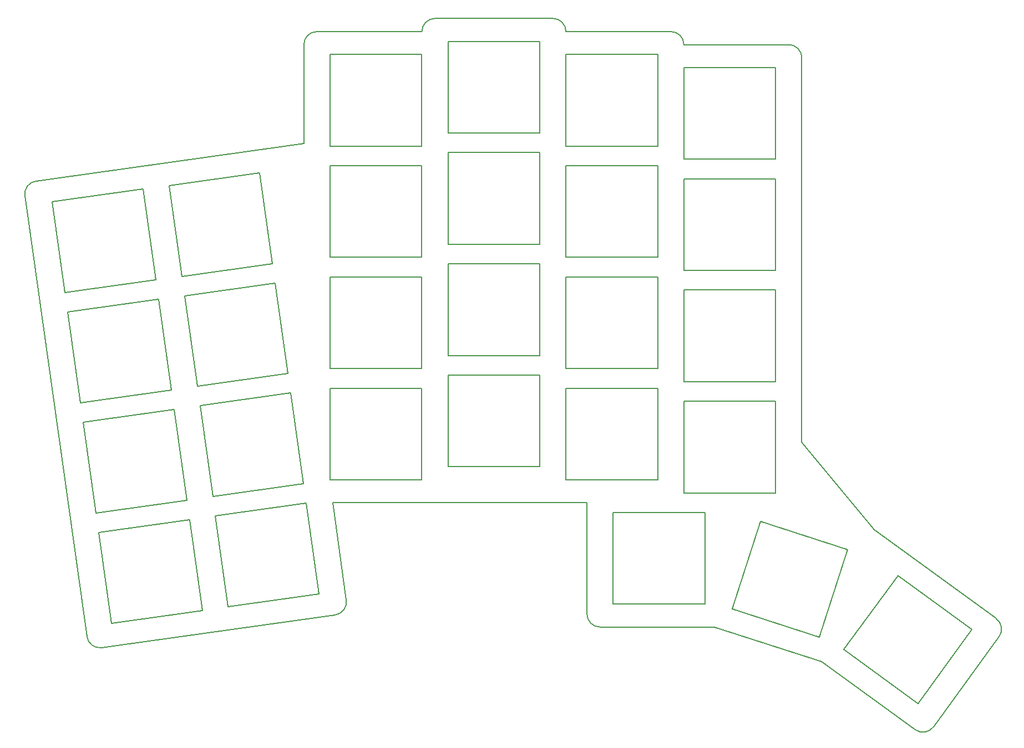
<source format=gm1>
%TF.GenerationSoftware,KiCad,Pcbnew,8.0.7-8.0.7-0~ubuntu24.04.1*%
%TF.CreationDate,2025-01-01T23:41:34+01:00*%
%TF.ProjectId,plate,706c6174-652e-46b6-9963-61645f706362,0.0.2*%
%TF.SameCoordinates,Original*%
%TF.FileFunction,Profile,NP*%
%FSLAX46Y46*%
G04 Gerber Fmt 4.6, Leading zero omitted, Abs format (unit mm)*
G04 Created by KiCad (PCBNEW 8.0.7-8.0.7-0~ubuntu24.04.1) date 2025-01-01 23:41:34*
%MOMM*%
%LPD*%
G01*
G04 APERTURE LIST*
%TA.AperFunction,Profile*%
%ADD10C,0.150000*%
%TD*%
G04 APERTURE END LIST*
D10*
X92548905Y-161650373D02*
X128198555Y-156640141D01*
X129900745Y-154381259D02*
G75*
G02*
X128198555Y-156640143I-1980545J-278341D01*
G01*
X127810207Y-139506306D02*
X129900745Y-154381259D01*
X127810207Y-139506306D02*
X166613149Y-139506306D01*
X166613149Y-139506306D02*
X166613149Y-156506306D01*
X168613149Y-158506306D02*
G75*
G02*
X166613094Y-156506306I-49J2000006D01*
G01*
X168613149Y-158506306D02*
X186101525Y-158506306D01*
X186101525Y-158506306D02*
X202442070Y-163815671D01*
X202442070Y-163815671D02*
X216722557Y-174191052D01*
X219516161Y-173748588D02*
G75*
G02*
X216722537Y-174191079I-1618061J1175588D01*
G01*
X219516161Y-173748588D02*
X229508511Y-159995300D01*
X229068570Y-157203531D02*
G75*
G02*
X229508482Y-159995279I-1178070J-1616169D01*
G01*
X229068570Y-157203531D02*
X210443175Y-143626939D01*
X210443175Y-143626939D02*
X199413149Y-130286568D01*
X199413149Y-130286568D02*
X199413149Y-71506306D01*
X197413149Y-69506306D02*
G75*
G02*
X199413094Y-71506306I-49J-1999994D01*
G01*
X181413149Y-69506306D02*
X197413149Y-69506306D01*
X179413149Y-67506306D02*
G75*
G02*
X181413094Y-69506306I-49J-1999994D01*
G01*
X163413149Y-67506306D02*
X179413149Y-67506306D01*
X161413149Y-65506306D02*
G75*
G02*
X163413094Y-67506306I-49J-1999994D01*
G01*
X161413149Y-65506306D02*
X143413149Y-65506306D01*
X141413149Y-67506306D02*
G75*
G02*
X143413149Y-65506349I1999951J6D01*
G01*
X125413149Y-67506306D02*
X141413149Y-67506306D01*
X123413149Y-69506306D02*
G75*
G02*
X125413149Y-67506349I1999951J6D01*
G01*
X123413149Y-84605101D02*
X123413149Y-69506306D01*
X82528442Y-90351072D02*
X123413149Y-84605101D01*
X80826252Y-92609954D02*
G75*
G02*
X82528439Y-90351053I1980548J278354D01*
G01*
X80826252Y-92609954D02*
X90290023Y-159948183D01*
X92548905Y-161650373D02*
G75*
G02*
X90290038Y-159948181I-278305J1980573D01*
G01*
X94042335Y-157906088D02*
X107906088Y-155957665D01*
X107906088Y-155957665D02*
X105957665Y-142093912D01*
X105957665Y-142093912D02*
X92093912Y-144042335D01*
X92093912Y-144042335D02*
X94042335Y-157906088D01*
X91676392Y-141071531D02*
X105540146Y-139123108D01*
X105540146Y-139123108D02*
X103591722Y-125259355D01*
X103591722Y-125259355D02*
X89727969Y-127207778D01*
X89727969Y-127207778D02*
X91676392Y-141071531D01*
X89310450Y-124236974D02*
X103174203Y-122288550D01*
X103174203Y-122288550D02*
X101225779Y-108424797D01*
X101225779Y-108424797D02*
X87362026Y-110373221D01*
X87362026Y-110373221D02*
X89310450Y-124236974D01*
X86944507Y-107402417D02*
X100808260Y-105453993D01*
X100808260Y-105453993D02*
X98859837Y-91590240D01*
X98859837Y-91590240D02*
X84996084Y-93538664D01*
X84996084Y-93538664D02*
X86944507Y-107402417D01*
X111867160Y-155400972D02*
X125730913Y-153452549D01*
X125730913Y-153452549D02*
X123782490Y-139588796D01*
X123782490Y-139588796D02*
X109918737Y-141537219D01*
X109918737Y-141537219D02*
X111867160Y-155400972D01*
X109501218Y-138566415D02*
X123364971Y-136617992D01*
X123364971Y-136617992D02*
X121416547Y-122754239D01*
X121416547Y-122754239D02*
X107552794Y-124702662D01*
X107552794Y-124702662D02*
X109501218Y-138566415D01*
X107135275Y-121731858D02*
X120999028Y-119783435D01*
X120999028Y-119783435D02*
X119050605Y-105919682D01*
X119050605Y-105919682D02*
X105186852Y-107868105D01*
X105186852Y-107868105D02*
X107135275Y-121731858D01*
X104769332Y-104897301D02*
X118633085Y-102948877D01*
X118633085Y-102948877D02*
X116684662Y-89085124D01*
X116684662Y-89085124D02*
X102820909Y-91033548D01*
X102820909Y-91033548D02*
X104769332Y-104897301D01*
X127413149Y-136006306D02*
X141413149Y-136006306D01*
X141413149Y-136006306D02*
X141413149Y-122006306D01*
X141413149Y-122006306D02*
X127413149Y-122006306D01*
X127413149Y-122006306D02*
X127413149Y-136006306D01*
X127413149Y-119006306D02*
X141413149Y-119006306D01*
X141413149Y-119006306D02*
X141413149Y-105006306D01*
X141413149Y-105006306D02*
X127413149Y-105006306D01*
X127413149Y-105006306D02*
X127413149Y-119006306D01*
X127413149Y-102006306D02*
X141413149Y-102006306D01*
X141413149Y-102006306D02*
X141413149Y-88006306D01*
X141413149Y-88006306D02*
X127413149Y-88006306D01*
X127413149Y-88006306D02*
X127413149Y-102006306D01*
X127413149Y-85006306D02*
X141413149Y-85006306D01*
X141413149Y-85006306D02*
X141413149Y-71006306D01*
X141413149Y-71006306D02*
X127413149Y-71006306D01*
X127413149Y-71006306D02*
X127413149Y-85006306D01*
X145413149Y-134006306D02*
X159413149Y-134006306D01*
X159413149Y-134006306D02*
X159413149Y-120006306D01*
X159413149Y-120006306D02*
X145413149Y-120006306D01*
X145413149Y-120006306D02*
X145413149Y-134006306D01*
X145413149Y-117006306D02*
X159413149Y-117006306D01*
X159413149Y-117006306D02*
X159413149Y-103006306D01*
X159413149Y-103006306D02*
X145413149Y-103006306D01*
X145413149Y-103006306D02*
X145413149Y-117006306D01*
X145413149Y-100006306D02*
X159413149Y-100006306D01*
X159413149Y-100006306D02*
X159413149Y-86006306D01*
X159413149Y-86006306D02*
X145413149Y-86006306D01*
X145413149Y-86006306D02*
X145413149Y-100006306D01*
X145413149Y-83006306D02*
X159413149Y-83006306D01*
X159413149Y-83006306D02*
X159413149Y-69006306D01*
X159413149Y-69006306D02*
X145413149Y-69006306D01*
X145413149Y-69006306D02*
X145413149Y-83006306D01*
X163413149Y-136006306D02*
X177413149Y-136006306D01*
X177413149Y-136006306D02*
X177413149Y-122006306D01*
X177413149Y-122006306D02*
X163413149Y-122006306D01*
X163413149Y-122006306D02*
X163413149Y-136006306D01*
X163413149Y-119006306D02*
X177413149Y-119006306D01*
X177413149Y-119006306D02*
X177413149Y-105006306D01*
X177413149Y-105006306D02*
X163413149Y-105006306D01*
X163413149Y-105006306D02*
X163413149Y-119006306D01*
X163413149Y-102006306D02*
X177413149Y-102006306D01*
X177413149Y-102006306D02*
X177413149Y-88006306D01*
X177413149Y-88006306D02*
X163413149Y-88006306D01*
X163413149Y-88006306D02*
X163413149Y-102006306D01*
X163413149Y-85006306D02*
X177413149Y-85006306D01*
X177413149Y-85006306D02*
X177413149Y-71006306D01*
X177413149Y-71006306D02*
X163413149Y-71006306D01*
X163413149Y-71006306D02*
X163413149Y-85006306D01*
X181413149Y-138006306D02*
X195413149Y-138006306D01*
X195413149Y-138006306D02*
X195413149Y-124006306D01*
X195413149Y-124006306D02*
X181413149Y-124006306D01*
X181413149Y-124006306D02*
X181413149Y-138006306D01*
X181413149Y-121006306D02*
X195413149Y-121006306D01*
X195413149Y-121006306D02*
X195413149Y-107006306D01*
X195413149Y-107006306D02*
X181413149Y-107006306D01*
X181413149Y-107006306D02*
X181413149Y-121006306D01*
X181413149Y-104006306D02*
X195413149Y-104006306D01*
X195413149Y-104006306D02*
X195413149Y-90006306D01*
X195413149Y-90006306D02*
X181413149Y-90006306D01*
X181413149Y-90006306D02*
X181413149Y-104006306D01*
X181413149Y-87006306D02*
X195413149Y-87006306D01*
X195413149Y-87006306D02*
X195413149Y-73006306D01*
X195413149Y-73006306D02*
X181413149Y-73006306D01*
X181413149Y-73006306D02*
X181413149Y-87006306D01*
X170613149Y-155006306D02*
X184613149Y-155006306D01*
X184613149Y-155006306D02*
X184613149Y-141006306D01*
X184613149Y-141006306D02*
X170613149Y-141006306D01*
X170613149Y-141006306D02*
X170613149Y-155006306D01*
X188792634Y-155700583D02*
X202107426Y-160026821D01*
X202107426Y-160026821D02*
X206433664Y-146712030D01*
X206433664Y-146712030D02*
X193118872Y-142385792D01*
X193118872Y-142385792D02*
X188792634Y-155700583D01*
X205835533Y-161954928D02*
X217161771Y-170183922D01*
X217161771Y-170183922D02*
X225390765Y-158857684D01*
X225390765Y-158857684D02*
X214064527Y-150628691D01*
X214064527Y-150628691D02*
X205835533Y-161954928D01*
M02*

</source>
